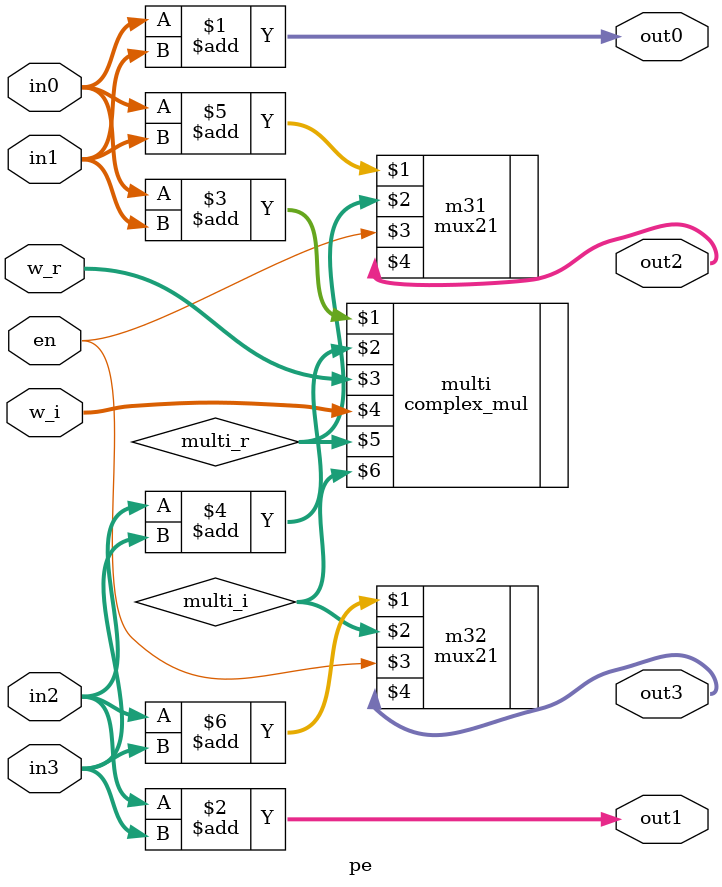
<source format=v>
`timescale 1ns / 1ps  

module pe (in0, in1, in2, in3, w_r, w_i, en, out0, out1, out2, out3);
	
	input [15:0] in0, in1, in2, in3, w_r, w_i;
	input en;
	output [15:0] out0, out1, out2, out3; //reg

	wire [15:0] multi_r, multi_i;
	

	assign out0 = in0 + in1;
	assign out1 = in2 + in3;

	complex_mul multi(in0+in1, in2+in3, w_r, w_i, multi_r, multi_i);

	mux21 m31 (in0+in1, multi_r, en, out2);
	mux21 m32 (in2+in3, multi_i, en, out3);
	

endmodule

</source>
